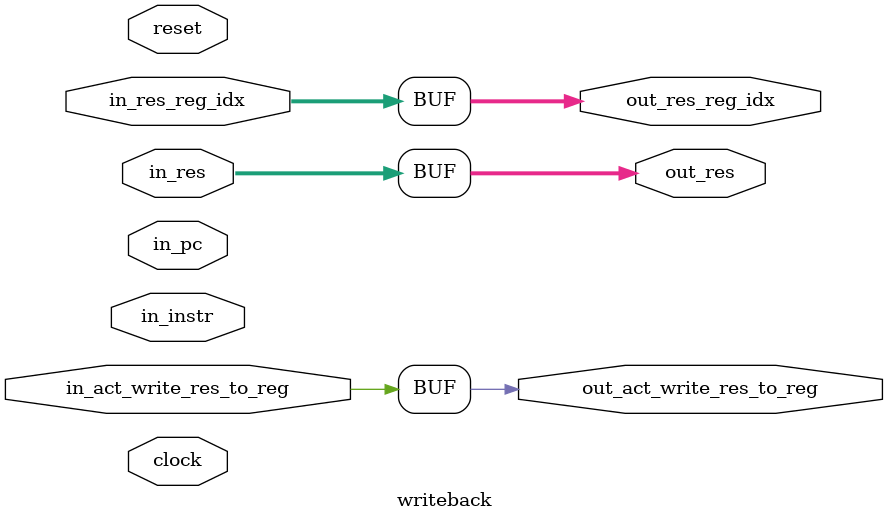
<source format=v>
module writeback #(parameter OPCODE_WIDTH    =  4,
                             PMEM_ADDR_WIDTH = 12,
                             PMEM_WORD_WIDTH = 16,
                             IALU_WORD_WIDTH = 16,
                             REG_IDX_WIDTH   =  4,
                             PC_WIDTH        = 12)
           (
           input                         clock,
           input                         reset,
           input                         in_act_write_res_to_reg,
           input  [PMEM_WORD_WIDTH-1:0]  in_instr,
           input  [       PC_WIDTH-1:0]  in_pc,
           input  [IALU_WORD_WIDTH-1:0]  in_res,
           input  [  REG_IDX_WIDTH-1:0]  in_res_reg_idx,
           output                        out_act_write_res_to_reg,
           output [IALU_WORD_WIDTH-1:0]  out_res,
           output [  REG_IDX_WIDTH-1:0]  out_res_reg_idx
           );

    reg [PMEM_WORD_WIDTH-1:0]  instr_ff;
    reg [       PC_WIDTH-1:0]  pc_ff;


    assign out_act_write_res_to_reg = in_act_write_res_to_reg;
    assign out_res                  = in_res;
    assign out_res_reg_idx          = in_res_reg_idx;

    
    // Register: sampled inputs
    always @(posedge clock or posedge reset) begin
        if (!reset) begin
            instr_ff                <= in_instr;
            pc_ff                   <= in_pc;
        end
        else begin
            instr_ff                <= 0;
            pc_ff                   <= 0;
        end
    end

endmodule
</source>
